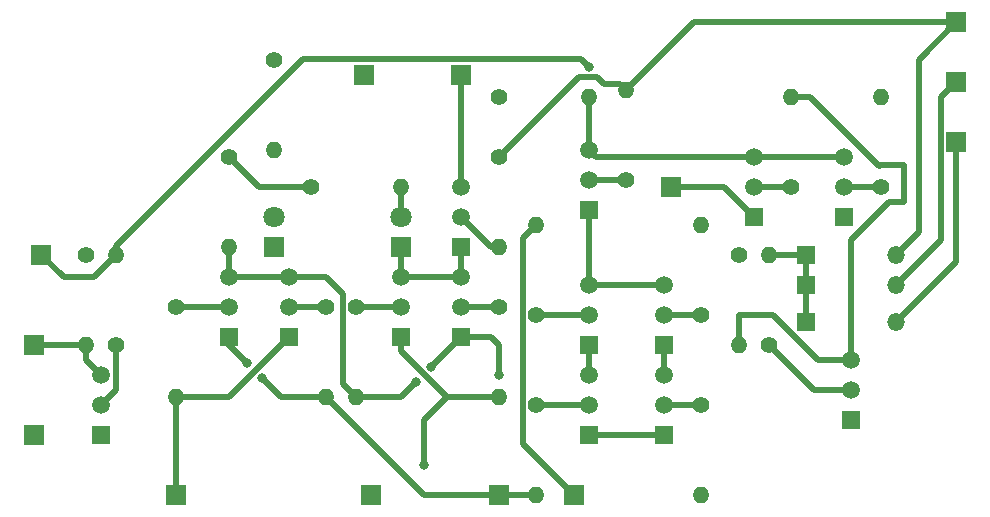
<source format=gbr>
%TF.GenerationSoftware,KiCad,Pcbnew,7.0.8*%
%TF.CreationDate,2023-11-03T11:37:24-07:00*%
%TF.ProjectId,adder,61646465-722e-46b6-9963-61645f706362,rev?*%
%TF.SameCoordinates,Original*%
%TF.FileFunction,Copper,L1,Top*%
%TF.FilePolarity,Positive*%
%FSLAX46Y46*%
G04 Gerber Fmt 4.6, Leading zero omitted, Abs format (unit mm)*
G04 Created by KiCad (PCBNEW 7.0.8) date 2023-11-03 11:37:24*
%MOMM*%
%LPD*%
G01*
G04 APERTURE LIST*
%TA.AperFunction,ComponentPad*%
%ADD10R,1.500000X1.500000*%
%TD*%
%TA.AperFunction,ComponentPad*%
%ADD11C,1.500000*%
%TD*%
%TA.AperFunction,ComponentPad*%
%ADD12R,1.700000X1.700000*%
%TD*%
%TA.AperFunction,ComponentPad*%
%ADD13C,1.400000*%
%TD*%
%TA.AperFunction,ComponentPad*%
%ADD14O,1.400000X1.400000*%
%TD*%
%TA.AperFunction,ComponentPad*%
%ADD15R,1.800000X1.800000*%
%TD*%
%TA.AperFunction,ComponentPad*%
%ADD16C,1.800000*%
%TD*%
%TA.AperFunction,ComponentPad*%
%ADD17O,1.500000X1.500000*%
%TD*%
%TA.AperFunction,ViaPad*%
%ADD18C,0.800000*%
%TD*%
%TA.AperFunction,Conductor*%
%ADD19C,0.500000*%
%TD*%
G04 APERTURE END LIST*
D10*
%TO.P,Q19,1,E*%
%TO.N,GND*%
X202565000Y-114300000D03*
D11*
%TO.P,Q19,2,B*%
%TO.N,Net-(Q19-B)*%
X202565000Y-111760000D03*
%TO.P,Q19,3,C*%
%TO.N,Net-(Q19-C)*%
X202565000Y-109220000D03*
%TD*%
D10*
%TO.P,Q10,1,E*%
%TO.N,GND*%
X180340000Y-115570000D03*
D11*
%TO.P,Q10,2,B*%
%TO.N,Net-(Q10-B)*%
X180340000Y-113030000D03*
%TO.P,Q10,3,C*%
%TO.N,Net-(Q10-C)*%
X180340000Y-110490000D03*
%TD*%
D12*
%TO.P,J4,1,Pin_1*%
%TO.N,/A*%
X179070000Y-120650000D03*
%TD*%
D13*
%TO.P,R27,1*%
%TO.N,Net-(Q17-B)*%
X205105000Y-94615000D03*
D14*
%TO.P,R27,2*%
%TO.N,Net-(D5-A)*%
X205105000Y-86995000D03*
%TD*%
D13*
%TO.P,R25,1*%
%TO.N,Net-(Q15-B)*%
X189865000Y-105410000D03*
D14*
%TO.P,R25,2*%
%TO.N,/CIN*%
X189865000Y-97790000D03*
%TD*%
D13*
%TO.P,R24,1*%
%TO.N,Net-(Q14-B)*%
X183515000Y-93980000D03*
D14*
%TO.P,R24,2*%
%TO.N,Net-(D3-A)*%
X183515000Y-86360000D03*
%TD*%
D10*
%TO.P,Q17,1,E*%
%TO.N,GND*%
X201930000Y-97155000D03*
D11*
%TO.P,Q17,2,B*%
%TO.N,Net-(Q17-B)*%
X201930000Y-94615000D03*
%TO.P,Q17,3,C*%
%TO.N,/COUT_BAR*%
X201930000Y-92075000D03*
%TD*%
D13*
%TO.P,R18,1*%
%TO.N,Net-(Q11-B)*%
X160655000Y-104775000D03*
D14*
%TO.P,R18,2*%
%TO.N,/SUM_PART*%
X160655000Y-112395000D03*
%TD*%
D13*
%TO.P,R23,1*%
%TO.N,Net-(D3-A)*%
X172720000Y-92075000D03*
D14*
%TO.P,R23,2*%
%TO.N,Net-(Q12-B)*%
X172720000Y-99695000D03*
%TD*%
D12*
%TO.P,J8,1,Pin_1*%
%TO.N,+5V*%
X161290000Y-85090000D03*
%TD*%
D10*
%TO.P,Q11,1,E*%
%TO.N,/CIN*%
X164465000Y-107315000D03*
D11*
%TO.P,Q11,2,B*%
%TO.N,Net-(Q11-B)*%
X164465000Y-104775000D03*
%TO.P,Q11,3,C*%
%TO.N,Net-(D2-K)*%
X164465000Y-102235000D03*
%TD*%
D10*
%TO.P,Q18,1,E*%
%TO.N,/CIN_BAR*%
X194310000Y-97155000D03*
D11*
%TO.P,Q18,2,B*%
%TO.N,Net-(Q18-B)*%
X194310000Y-94615000D03*
%TO.P,Q18,3,C*%
%TO.N,/COUT_BAR*%
X194310000Y-92075000D03*
%TD*%
D10*
%TO.P,Q16,1,E*%
%TO.N,GND*%
X186690000Y-115570000D03*
D11*
%TO.P,Q16,2,B*%
%TO.N,Net-(Q16-B)*%
X186690000Y-113030000D03*
%TO.P,Q16,3,C*%
%TO.N,Net-(Q15-E)*%
X186690000Y-110490000D03*
%TD*%
D12*
%TO.P,J13,1,Pin_1*%
%TO.N,/COUT_BAR*%
X133985000Y-100330000D03*
%TD*%
D13*
%TO.P,R17,1*%
%TO.N,Net-(Q10-B)*%
X175895000Y-113030000D03*
D14*
%TO.P,R17,2*%
%TO.N,/B*%
X175895000Y-120650000D03*
%TD*%
D13*
%TO.P,R28,1*%
%TO.N,Net-(Q19-B)*%
X195580000Y-107950000D03*
D14*
%TO.P,R28,2*%
%TO.N,Net-(D3-K)*%
X195580000Y-100330000D03*
%TD*%
D12*
%TO.P,J6,1,Pin_1*%
%TO.N,/CIN*%
X161925000Y-120650000D03*
%TD*%
D13*
%TO.P,R20,1*%
%TO.N,+5V*%
X156845000Y-94615000D03*
D14*
%TO.P,R20,2*%
%TO.N,Net-(D2-A)*%
X164465000Y-94615000D03*
%TD*%
D13*
%TO.P,R16,1*%
%TO.N,Net-(Q9-B)*%
X175895000Y-105410000D03*
D14*
%TO.P,R16,2*%
%TO.N,/A*%
X175895000Y-97790000D03*
%TD*%
D13*
%TO.P,R19,1*%
%TO.N,+5V*%
X153670000Y-83820000D03*
D14*
%TO.P,R19,2*%
%TO.N,Net-(D1-A)*%
X153670000Y-91440000D03*
%TD*%
D13*
%TO.P,R26,1*%
%TO.N,Net-(Q16-B)*%
X189865000Y-113030000D03*
D14*
%TO.P,R26,2*%
%TO.N,/SUM_PART*%
X189865000Y-120650000D03*
%TD*%
D10*
%TO.P,Q12,1,E*%
%TO.N,Net-(D2-K)*%
X169545000Y-99695000D03*
D11*
%TO.P,Q12,2,B*%
%TO.N,Net-(Q12-B)*%
X169545000Y-97155000D03*
%TO.P,Q12,3,C*%
%TO.N,Net-(J9-Pin_1)*%
X169545000Y-94615000D03*
%TD*%
D15*
%TO.P,D2,1,K*%
%TO.N,Net-(D2-K)*%
X164465000Y-99695000D03*
D16*
%TO.P,D2,2,A*%
%TO.N,Net-(D2-A)*%
X164465000Y-97155000D03*
%TD*%
D12*
%TO.P,J9,1,Pin_1*%
%TO.N,Net-(J9-Pin_1)*%
X169545000Y-85090000D03*
%TD*%
D13*
%TO.P,R12,1*%
%TO.N,+5V*%
X149860000Y-92075000D03*
D14*
%TO.P,R12,2*%
%TO.N,/SUM_PART*%
X149860000Y-99695000D03*
%TD*%
D10*
%TO.P,Q13,1,E*%
%TO.N,/SUM_PART*%
X169545000Y-107315000D03*
D11*
%TO.P,Q13,2,B*%
%TO.N,Net-(Q13-B)*%
X169545000Y-104775000D03*
%TO.P,Q13,3,C*%
%TO.N,Net-(D2-K)*%
X169545000Y-102235000D03*
%TD*%
D10*
%TO.P,Q14,1,E*%
%TO.N,Net-(D1-K)*%
X180340000Y-96520000D03*
D11*
%TO.P,Q14,2,B*%
%TO.N,Net-(Q14-B)*%
X180340000Y-93980000D03*
%TO.P,Q14,3,C*%
%TO.N,/COUT_BAR*%
X180340000Y-91440000D03*
%TD*%
D10*
%TO.P,D4,1,K*%
%TO.N,Net-(D3-K)*%
X198755000Y-102870000D03*
D17*
%TO.P,D4,2,A*%
%TO.N,Net-(D4-A)*%
X206375000Y-102870000D03*
%TD*%
D12*
%TO.P,J11,1,Pin_1*%
%TO.N,Net-(D4-A)*%
X211455000Y-85725000D03*
%TD*%
%TO.P,J5,1,Pin_1*%
%TO.N,/CIN_BAR*%
X187325000Y-94615000D03*
%TD*%
%TO.P,J3,1,Pin_1*%
%TO.N,/B*%
X172720000Y-120650000D03*
%TD*%
D13*
%TO.P,R22,1*%
%TO.N,Net-(Q13-B)*%
X172720000Y-104775000D03*
D14*
%TO.P,R22,2*%
%TO.N,/CIN*%
X172720000Y-112395000D03*
%TD*%
D12*
%TO.P,J7,1,Pin_1*%
%TO.N,GND*%
X133350000Y-115570000D03*
%TD*%
D13*
%TO.P,R21,1*%
%TO.N,+5V*%
X172720000Y-86995000D03*
D14*
%TO.P,R21,2*%
%TO.N,/COUT_BAR*%
X180340000Y-86995000D03*
%TD*%
D15*
%TO.P,D1,1,K*%
%TO.N,Net-(D1-K)*%
X153670000Y-99700000D03*
D16*
%TO.P,D1,2,A*%
%TO.N,Net-(D1-A)*%
X153670000Y-97160000D03*
%TD*%
D10*
%TO.P,Q20,1,E*%
%TO.N,GND*%
X139065000Y-115570000D03*
D11*
%TO.P,Q20,2,B*%
%TO.N,Net-(Q20-B)*%
X139065000Y-113030000D03*
%TO.P,Q20,3,C*%
%TO.N,Net-(J14-Pin_1)*%
X139065000Y-110490000D03*
%TD*%
D13*
%TO.P,R31,1*%
%TO.N,Net-(Q20-B)*%
X140335000Y-107950000D03*
D14*
%TO.P,R31,2*%
%TO.N,/COUT_BAR*%
X140335000Y-100330000D03*
%TD*%
D12*
%TO.P,J10,1,Pin_1*%
%TO.N,Net-(D3-A)*%
X211455000Y-80645000D03*
%TD*%
%TO.P,J12,1,Pin_1*%
%TO.N,Net-(D5-A)*%
X211455000Y-90805000D03*
%TD*%
D13*
%TO.P,R32,1*%
%TO.N,+5V*%
X137795000Y-100330000D03*
D14*
%TO.P,R32,2*%
%TO.N,Net-(J14-Pin_1)*%
X137795000Y-107950000D03*
%TD*%
D12*
%TO.P,J2,1,Pin_1*%
%TO.N,/A_BAR*%
X145415000Y-120650000D03*
%TD*%
D10*
%TO.P,Q15,1,E*%
%TO.N,Net-(Q15-E)*%
X186690000Y-107950000D03*
D11*
%TO.P,Q15,2,B*%
%TO.N,Net-(Q15-B)*%
X186690000Y-105410000D03*
%TO.P,Q15,3,C*%
%TO.N,Net-(D1-K)*%
X186690000Y-102870000D03*
%TD*%
D13*
%TO.P,R15,1*%
%TO.N,Net-(Q8-B)*%
X158115000Y-104775000D03*
D14*
%TO.P,R15,2*%
%TO.N,/B*%
X158115000Y-112395000D03*
%TD*%
D13*
%TO.P,R30,1*%
%TO.N,+5V*%
X193040000Y-100330000D03*
D14*
%TO.P,R30,2*%
%TO.N,Net-(Q19-C)*%
X193040000Y-107950000D03*
%TD*%
D10*
%TO.P,Q8,1,E*%
%TO.N,/A_BAR*%
X154940000Y-107315000D03*
D11*
%TO.P,Q8,2,B*%
%TO.N,Net-(Q8-B)*%
X154940000Y-104775000D03*
%TO.P,Q8,3,C*%
%TO.N,/SUM_PART*%
X154940000Y-102235000D03*
%TD*%
D13*
%TO.P,R11,1*%
%TO.N,Net-(Q6-B)*%
X145415000Y-104775000D03*
D14*
%TO.P,R11,2*%
%TO.N,/A_BAR*%
X145415000Y-112395000D03*
%TD*%
D12*
%TO.P,J14,1,Pin_1*%
%TO.N,Net-(J14-Pin_1)*%
X133350000Y-107950000D03*
%TD*%
D10*
%TO.P,Q9,1,E*%
%TO.N,Net-(Q10-C)*%
X180340000Y-107950000D03*
D11*
%TO.P,Q9,2,B*%
%TO.N,Net-(Q9-B)*%
X180340000Y-105410000D03*
%TO.P,Q9,3,C*%
%TO.N,Net-(D1-K)*%
X180340000Y-102870000D03*
%TD*%
D10*
%TO.P,D3,1,K*%
%TO.N,Net-(D3-K)*%
X198755000Y-100330000D03*
D17*
%TO.P,D3,2,A*%
%TO.N,Net-(D3-A)*%
X206375000Y-100330000D03*
%TD*%
D13*
%TO.P,R29,1*%
%TO.N,Net-(Q18-B)*%
X197485000Y-94615000D03*
D14*
%TO.P,R29,2*%
%TO.N,Net-(Q19-C)*%
X197485000Y-86995000D03*
%TD*%
D10*
%TO.P,D5,1,K*%
%TO.N,Net-(D3-K)*%
X198750000Y-106045000D03*
D17*
%TO.P,D5,2,A*%
%TO.N,Net-(D5-A)*%
X206370000Y-106045000D03*
%TD*%
D10*
%TO.P,Q6,1,E*%
%TO.N,/B*%
X149860000Y-107315000D03*
D11*
%TO.P,Q6,2,B*%
%TO.N,Net-(Q6-B)*%
X149860000Y-104775000D03*
%TO.P,Q6,3,C*%
%TO.N,/SUM_PART*%
X149860000Y-102235000D03*
%TD*%
D18*
%TO.N,/COUT_BAR*%
X180340000Y-84455000D03*
%TO.N,/B*%
X151447500Y-109537500D03*
X152683188Y-110773188D03*
%TO.N,/SUM_PART*%
X165735000Y-111125000D03*
X167005000Y-109855000D03*
X172720000Y-110490000D03*
%TO.N,/CIN*%
X166370000Y-118110000D03*
%TD*%
D19*
%TO.N,Net-(D1-K)*%
X180340000Y-102870000D02*
X186690000Y-102870000D01*
X180340000Y-96520000D02*
X180340000Y-102870000D01*
%TO.N,Net-(D2-A)*%
X164465000Y-94615000D02*
X164465000Y-97155000D01*
%TO.N,Net-(D3-A)*%
X211455000Y-80645000D02*
X208280000Y-83820000D01*
X181610000Y-85850104D02*
X183005104Y-85850104D01*
X211455000Y-80645000D02*
X189230000Y-80645000D01*
X208280000Y-98425000D02*
X206375000Y-100330000D01*
X189230000Y-80645000D02*
X183515000Y-86360000D01*
X181064896Y-85305000D02*
X181610000Y-85850104D01*
X208280000Y-83820000D02*
X208280000Y-98425000D01*
X179490000Y-85305000D02*
X181064896Y-85305000D01*
X172720000Y-92075000D02*
X179490000Y-85305000D01*
X183005104Y-85850104D02*
X183515000Y-86360000D01*
%TO.N,Net-(J9-Pin_1)*%
X169545000Y-85090000D02*
X169545000Y-94615000D01*
%TO.N,+5V*%
X156845000Y-94615000D02*
X152400000Y-94615000D01*
X152400000Y-94615000D02*
X149860000Y-92075000D01*
%TO.N,GND*%
X186690000Y-115570000D02*
X180340000Y-115570000D01*
%TO.N,Net-(Q6-B)*%
X145415000Y-104775000D02*
X149585000Y-104775000D01*
%TO.N,Net-(Q8-B)*%
X154940000Y-104775000D02*
X158115000Y-104775000D01*
%TO.N,Net-(Q9-B)*%
X175895000Y-105410000D02*
X180340000Y-105410000D01*
%TO.N,Net-(Q10-B)*%
X180340000Y-113030000D02*
X175895000Y-113030000D01*
%TO.N,Net-(Q11-B)*%
X160655000Y-104775000D02*
X164465000Y-104775000D01*
%TO.N,Net-(Q14-B)*%
X183515000Y-93980000D02*
X180340000Y-93980000D01*
%TO.N,Net-(D2-K)*%
X164465000Y-102235000D02*
X164465000Y-99695000D01*
X164465000Y-102235000D02*
X169545000Y-102235000D01*
X169545000Y-99695000D02*
X169545000Y-102235000D01*
%TO.N,Net-(D3-K)*%
X195580000Y-100330000D02*
X198755000Y-100330000D01*
X198755000Y-100330000D02*
X198755000Y-106040000D01*
X198755000Y-106040000D02*
X198750000Y-106045000D01*
%TO.N,Net-(D4-A)*%
X210155000Y-87025000D02*
X210155000Y-97760000D01*
X210185000Y-97790000D02*
X210185000Y-99060000D01*
X210185000Y-99060000D02*
X206375000Y-102870000D01*
X210155000Y-97760000D02*
X210185000Y-97790000D01*
X211455000Y-85725000D02*
X210155000Y-87025000D01*
%TO.N,Net-(D5-A)*%
X211455000Y-90805000D02*
X211455000Y-100960000D01*
X211455000Y-100960000D02*
X206370000Y-106045000D01*
%TO.N,/COUT_BAR*%
X201930000Y-92075000D02*
X194310000Y-92075000D01*
X179675000Y-83790000D02*
X180340000Y-84455000D01*
X140335000Y-99635104D02*
X156180104Y-83790000D01*
X180975000Y-92075000D02*
X180340000Y-91440000D01*
X156180104Y-83790000D02*
X179675000Y-83790000D01*
X138430000Y-102235000D02*
X140335000Y-100330000D01*
X133985000Y-100330000D02*
X135890000Y-102235000D01*
X140335000Y-100330000D02*
X140335000Y-99635104D01*
X135890000Y-102235000D02*
X138430000Y-102235000D01*
X194310000Y-92075000D02*
X180975000Y-92075000D01*
X180340000Y-86995000D02*
X180340000Y-91440000D01*
%TO.N,Net-(J14-Pin_1)*%
X133350000Y-107950000D02*
X137795000Y-107950000D01*
X137795000Y-107950000D02*
X137795000Y-109220000D01*
X137795000Y-109220000D02*
X139065000Y-110490000D01*
%TO.N,/A_BAR*%
X145415000Y-112395000D02*
X149860000Y-112395000D01*
X149860000Y-112395000D02*
X154940000Y-107315000D01*
X145415000Y-120650000D02*
X145415000Y-112395000D01*
%TO.N,/B*%
X166370000Y-120650000D02*
X158115000Y-112395000D01*
X172720000Y-120650000D02*
X166370000Y-120650000D01*
X151447500Y-109537500D02*
X149585000Y-107675000D01*
X172720000Y-120650000D02*
X175895000Y-120650000D01*
X149585000Y-107675000D02*
X149585000Y-107315000D01*
X152683188Y-110773188D02*
X154305000Y-112395000D01*
X154305000Y-112395000D02*
X158115000Y-112395000D01*
%TO.N,/A*%
X174745000Y-116325000D02*
X174745000Y-98940000D01*
X179070000Y-120650000D02*
X174745000Y-116325000D01*
X174745000Y-98940000D02*
X175895000Y-97790000D01*
%TO.N,/CIN_BAR*%
X191770000Y-94615000D02*
X187325000Y-94615000D01*
X194310000Y-97155000D02*
X191770000Y-94615000D01*
%TO.N,/SUM_PART*%
X167005000Y-109855000D02*
X169545000Y-107315000D01*
X159505000Y-103625000D02*
X159505000Y-111245000D01*
X164465000Y-112395000D02*
X165735000Y-111125000D01*
X149860000Y-99695000D02*
X149860000Y-102235000D01*
X154940000Y-102235000D02*
X158115000Y-102235000D01*
X149585000Y-102235000D02*
X154940000Y-102235000D01*
X160655000Y-112395000D02*
X164465000Y-112395000D01*
X172085000Y-107315000D02*
X172720000Y-107950000D01*
X159505000Y-111245000D02*
X160655000Y-112395000D01*
X172720000Y-107950000D02*
X172720000Y-110490000D01*
X158115000Y-102235000D02*
X159505000Y-103625000D01*
X169545000Y-107315000D02*
X172085000Y-107315000D01*
%TO.N,/CIN*%
X166370000Y-118110000D02*
X166370000Y-114367918D01*
X166370000Y-114367918D02*
X168342918Y-112395000D01*
X164465000Y-108517082D02*
X168342918Y-112395000D01*
X168342918Y-112395000D02*
X172720000Y-112395000D01*
X164465000Y-107315000D02*
X164465000Y-108517082D01*
%TO.N,Net-(Q10-C)*%
X180340000Y-107950000D02*
X180340000Y-110490000D01*
%TO.N,Net-(Q12-B)*%
X172085000Y-99695000D02*
X169545000Y-97155000D01*
X172720000Y-99695000D02*
X172085000Y-99695000D01*
%TO.N,Net-(Q13-B)*%
X169545000Y-104775000D02*
X172720000Y-104775000D01*
%TO.N,Net-(Q15-E)*%
X186690000Y-110490000D02*
X186690000Y-107950000D01*
%TO.N,Net-(Q15-B)*%
X189865000Y-105410000D02*
X186690000Y-105410000D01*
%TO.N,Net-(Q16-B)*%
X189865000Y-113030000D02*
X186690000Y-113030000D01*
%TO.N,Net-(Q17-B)*%
X205105000Y-94615000D02*
X201930000Y-94615000D01*
%TO.N,Net-(Q18-B)*%
X194310000Y-94615000D02*
X197485000Y-94615000D01*
%TO.N,Net-(Q19-B)*%
X199390000Y-111760000D02*
X195580000Y-107950000D01*
X202565000Y-111760000D02*
X199390000Y-111760000D01*
%TO.N,Net-(Q19-C)*%
X205740000Y-95885000D02*
X202565000Y-99060000D01*
X207010000Y-95885000D02*
X205740000Y-95885000D01*
X205105000Y-92710000D02*
X207010000Y-92710000D01*
X199788604Y-109220000D02*
X202565000Y-109220000D01*
X197485000Y-86995000D02*
X199109540Y-86995000D01*
X193040000Y-107950000D02*
X193040000Y-105410000D01*
X202565000Y-99060000D02*
X202565000Y-109220000D01*
X193040000Y-105410000D02*
X195978604Y-105410000D01*
X195978604Y-105410000D02*
X199788604Y-109220000D01*
X199109540Y-86995000D02*
X204964770Y-92850230D01*
X204964770Y-92850230D02*
X205105000Y-92710000D01*
X207010000Y-92710000D02*
X207010000Y-95885000D01*
%TO.N,Net-(Q20-B)*%
X140335000Y-107950000D02*
X140335000Y-111760000D01*
X140335000Y-111760000D02*
X139065000Y-113030000D01*
%TD*%
M02*

</source>
